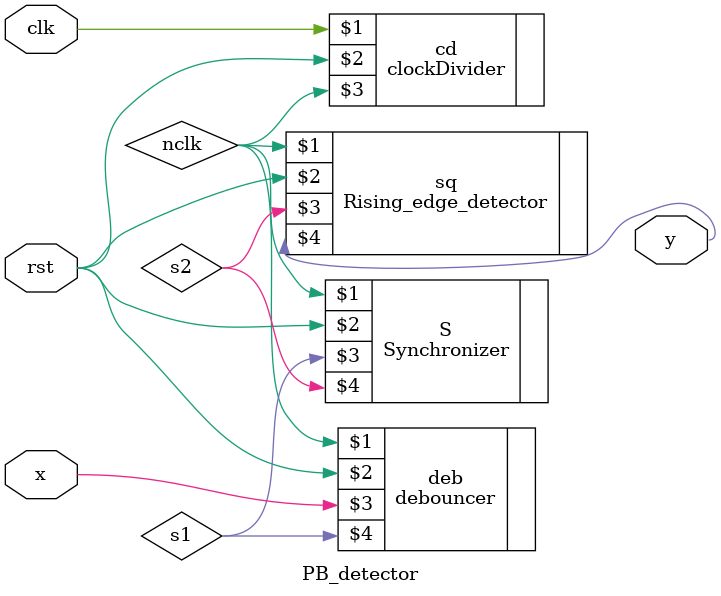
<source format=v>
`timescale 1ns / 1ps

module PB_detector(input x,rst, clk, output y);
wire nclk;
clockDivider cd(clk,rst,nclk);
wire s1,s2;
debouncer deb(nclk, rst, x,s1 );
Synchronizer S(nclk,rst, s1,s2 );
Rising_edge_detector sq(nclk, rst, s2, y);
endmodule

</source>
